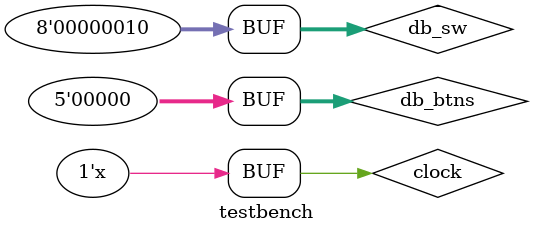
<source format=v>


`timescale  1 ns / 1 ns
`define BITS 128

module testbench;
	
	wire			d;			// result done signal
	wire [`BITS-1:0] 	r;			// output result
	wire [`BITS-1:0]	m;			// input message
	wire [`BITS-1:0]	e;			// exponent
	wire [`BITS-1:0]	n;			// modulous
	
	
	reg [7:0]		db_sw;			// debounced switches
	reg [4:0]		db_btns;		// debounced buttons
	wire [`BITS-1:0]	M;			// input message
	wire [`BITS-1:0]	E;			// exponent
	wire [`BITS-1:0]	N;			// modulous
	wire 			GO;			// encription control signal
	wire 			RESET;			// RESET signal
	wire			LOAD;			// memory control signal
	wire			DONE;			// RESULT latched in memory signal
	wire [`BITS-1:0] 	RESULT;			// result in lelory for display
	
	wire [15:0]		display;		// lower 16 bits of result displaye
	wire [7:0]		led;
	
	reg clock = 0;
	always #10 clock = ~clock;
	// set simulation mode using "defparm"
	
	// define stimulus interval
	//parameter IVL = 5000;
	
	 // instantiate FPGA (
	 
	 STIMULOUS stim(clock,db_btns,db_sw,GO,RESET,LOAD,M,E,N,RESULT,DONE,display,led);
	 
	 MEMORY mem(clock,RESET,LOAD,M,E,N,m,e,n,r,d,RESULT,DONE);
	  
	 //RSA encr(clock,GO,m,e,n,r,d);
	 MontgomeryExponential encr(

	.X(m),
	.E(e),
	.M(n),
	.clk(clock),
	.go(GO),
	
	.done(d),
	.Z(r)
	); 
	 
	initial begin
	 // alter number so that they are real ASCII and RSA. 
	  #0 db_btns = 0;
	  #0 db_sw = 0;
	  #40 db_btns = 5'b00001;
	  #40 db_btns = 5'b00000;
	  #40 db_sw = 8'b00000010;
	  #40 db_btns = 5'b00010;
	  #40 db_btns = 5'b00000;
	  #40 db_btns = 5'b00100;
	  #40 db_btns = 5'b00000;
//	  #500 db_sw = 8'b00000011;
//	  #40 db_btns = 5'b00010;
//	  #40 db_btns = 5'b00000;
//	  #40 db_btns = 5'b00100;
//	  #40 db_btns = 5'b00000;
//	  #10000 $stop;
	  
	  end
	  
	  
endmodule


</source>
